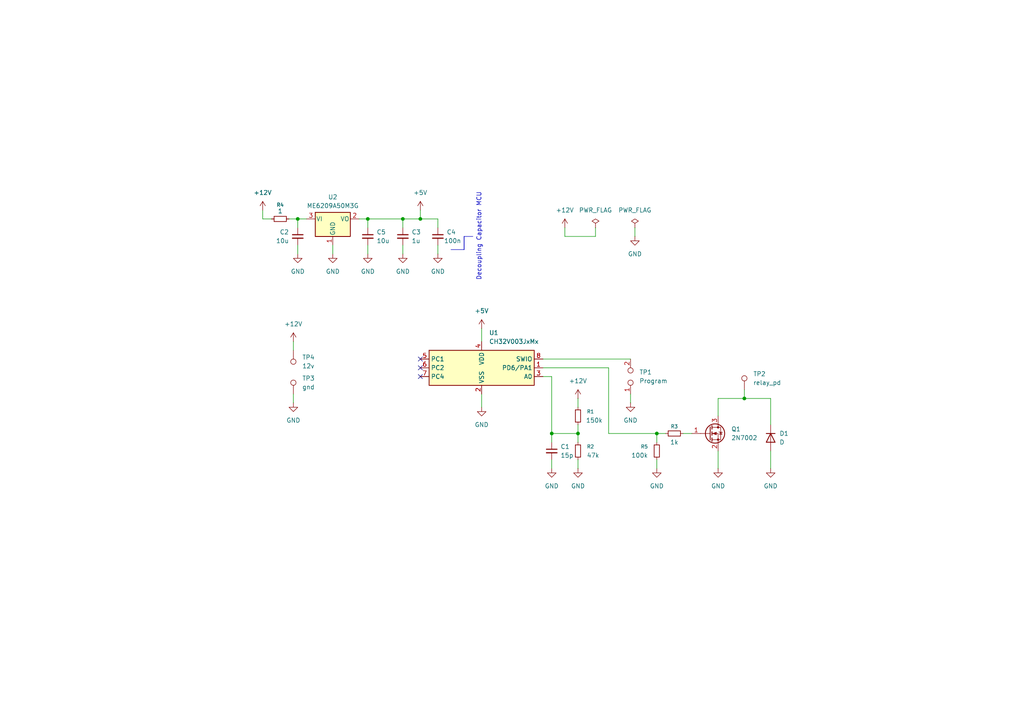
<source format=kicad_sch>
(kicad_sch (version 20250114) (generator "eeschema") (generator_version "9.0")
  (paper "A4")
  (lib_symbols
    (symbol "Connector:TestPoint" (pin_numbers (hide yes)) (pin_names (offset 0.762) (hide yes))
      (property "Reference" "TP" (at 0 6.858 0))
      (property "Value" "TestPoint" (at 0 5.08 0))
      (symbol "TestPoint_0_1"
        (circle (center 0 3.302) (radius 0.762))
      )
      (symbol "TestPoint_1_1"
        (pin passive line (at 0 0 90) (length 2.54) (name "1") (number "1"))
      )
    )
    (symbol "Connector:TestPoint_2Pole" (pin_names (offset 0.762) (hide yes))
      (property "Reference" "TP" (at 0 1.524 0))
      (property "Value" "TestPoint_2Pole" (at 0 -1.778 0))
      (symbol "TestPoint_2Pole_0_1"
        (circle (center -1.778 0) (radius 0.762))
        (circle (center 1.778 0) (radius 0.762))
        (pin passive line (at -5.08 0 0) (length 2.54) (name "1") (number "1"))
        (pin passive line (at 5.08 0 180) (length 2.54) (name "2") (number "2"))
      )
    )
    (symbol "Device:C_Small" (pin_numbers (hide yes)) (pin_names (offset 0.254) (hide yes))
      (property "Reference" "C" (at 0.254 1.778 0))
      (property "Value" "C_Small" (at 0.254 -2.032 0))
      (symbol "C_Small_0_1"
        (polyline (pts (xy -1.524 0.508) (xy 1.524 0.508)) (stroke (width 0.3048)))
        (polyline (pts (xy -1.524 -0.508) (xy 1.524 -0.508)) (stroke (width 0.3302)))
      )
      (symbol "C_Small_1_1"
        (pin passive line (at 0 2.54 270) (length 2.032) (name "~") (number "1"))
        (pin passive line (at 0 -2.54 90) (length 2.032) (name "~") (number "2"))
      )
    )
    (symbol "Device:D" (pin_numbers (hide yes)) (pin_names (offset 1.016) (hide yes))
      (property "Reference" "D" (at 0 2.54 0))
      (property "Value" "D" (at 0 -2.54 0))
      (symbol "D_0_1"
        (polyline (pts (xy -1.27 1.27) (xy -1.27 -1.27)) (stroke (width 0.254)))
        (polyline (pts (xy 1.27 1.27) (xy 1.27 -1.27) (xy -1.27 0) (xy 1.27 1.27)) (stroke (width 0.254)))
        (polyline (pts (xy 1.27 0) (xy -1.27 0)))
      )
      (symbol "D_1_1"
        (pin passive line (at -3.81 0 0) (length 2.54) (name "K") (number "1"))
        (pin passive line (at 3.81 0 180) (length 2.54) (name "A") (number "2"))
      )
    )
    (symbol "Device:R_Small" (pin_numbers (hide yes)) (pin_names (offset 0.254) (hide yes))
      (property "Reference" "R" (at 0 0 90))
      (property "Value" "R_Small" (at 1.778 0 90))
      (symbol "R_Small_0_1"
        (rectangle (start -0.762 1.778) (end 0.762 -1.778) (stroke (width 0.2032)))
      )
      (symbol "R_Small_1_1"
        (pin passive line (at 0 2.54 270) (length 0.762) (name "~") (number "1"))
        (pin passive line (at 0 -2.54 90) (length 0.762) (name "~") (number "2"))
      )
    )
    (symbol "MCU_WCH_CH32V0:CH32V003JxMx"
      (property "Reference" "U" (at -15.24 7.62 0))
      (property "Value" "CH32V003JxMx" (at 15.24 7.62 0))
      (symbol "CH32V003JxMx_1_1"
        (rectangle (start -15.24 5.08) (end 15.24 -5.08) (stroke (width 0.254)) (fill (type background)))
        (pin bidirectional line (at -17.78 2.54 0) (length 2.54) (name "PC1") (number "5"))
        (pin bidirectional line (at -17.78 0 0) (length 2.54) (name "PC2") (number "6"))
        (pin bidirectional line (at -17.78 -2.54 0) (length 2.54) (name "PC4") (number "7"))
        (pin power_in line (at 0 7.62 270) (length 2.54) (name "VDD") (number "4"))
        (pin power_in line (at 0 -7.62 90) (length 2.54) (name "VSS") (number "2"))
        (pin bidirectional line (at 17.78 2.54 180) (length 2.54) (name "PD1/PD4/PD5") (number "8") (alternate "SWIO" bidirectional line))
        (pin bidirectional line (at 17.78 0 180) (length 2.54) (name "PD6/PA1") (number "1"))
        (pin bidirectional line (at 17.78 -2.54 180) (length 2.54) (name "PA2") (number "3") (alternate "A0" bidirectional line))
      )
    )
    (symbol "Regulator_Linear:AP2127N-3.3" (pin_names (offset 0.254))
      (property "Reference" "U" (at -3.81 3.175 0))
      (property "Value" "AP2127N-3.3" (at 0 3.175 0))
      (symbol "AP2127N-3.3_0_1"
        (rectangle (start -5.08 1.905) (end 5.08 -5.08) (stroke (width 0.254)) (fill (type background)))
      )
      (symbol "AP2127N-3.3_1_1"
        (pin power_in line (at -7.62 0 0) (length 2.54) (name "VI") (number "3"))
        (pin power_in line (at 0 -7.62 90) (length 2.54) (name "GND") (number "1"))
        (pin power_out line (at 7.62 0 180) (length 2.54) (name "VO") (number "2"))
      )
    )
    (symbol "Transistor_FET:2N7002" (pin_names (hide yes))
      (property "Reference" "Q" (at 5.08 1.905 0))
      (property "Value" "2N7002" (at 5.08 0 0))
      (symbol "2N7002_0_1"
        (polyline (pts (xy 0.254 1.905) (xy 0.254 -1.905)) (stroke (width 0.254)))
        (polyline (pts (xy 0.254 0) (xy -2.54 0)))
        (polyline (pts (xy 0.762 2.286) (xy 0.762 1.27)) (stroke (width 0.254)))
        (polyline (pts (xy 0.762 0.508) (xy 0.762 -0.508)) (stroke (width 0.254)))
        (polyline (pts (xy 0.762 -1.27) (xy 0.762 -2.286)) (stroke (width 0.254)))
        (polyline (pts (xy 0.762 -1.778) (xy 3.302 -1.778) (xy 3.302 1.778) (xy 0.762 1.778)))
        (polyline (pts (xy 1.016 0) (xy 2.032 0.381) (xy 2.032 -0.381) (xy 1.016 0)) (fill (type outline)))
        (circle (center 1.651 0) (radius 2.794) (stroke (width 0.254)))
        (polyline (pts (xy 2.54 2.54) (xy 2.54 1.778)))
        (circle (center 2.54 1.778) (radius 0.254) (fill (type outline)))
        (circle (center 2.54 -1.778) (radius 0.254) (fill (type outline)))
        (polyline (pts (xy 2.54 -2.54) (xy 2.54 0) (xy 0.762 0)))
        (polyline (pts (xy 2.794 0.508) (xy 2.921 0.381) (xy 3.683 0.381) (xy 3.81 0.254)))
        (polyline (pts (xy 3.302 0.381) (xy 2.921 -0.254) (xy 3.683 -0.254) (xy 3.302 0.381)))
      )
      (symbol "2N7002_1_1"
        (pin input line (at -5.08 0 0) (length 2.54) (name "G") (number "1"))
        (pin passive line (at 2.54 5.08 270) (length 2.54) (name "D") (number "3"))
        (pin passive line (at 2.54 -5.08 90) (length 2.54) (name "S") (number "2"))
      )
    )
    (symbol "power:+12V" (power) (pin_numbers (hide yes)) (pin_names (offset 0) (hide yes))
      (property "Value" "+12V" (at 0 3.556 0))
      (symbol "+12V_0_1"
        (polyline (pts (xy -0.762 1.27) (xy 0 2.54)))
        (polyline (pts (xy 0 2.54) (xy 0.762 1.27)))
        (polyline (pts (xy 0 0) (xy 0 2.54)))
      )
      (symbol "+12V_1_1"
        (pin power_in line (at 0 0 90) (length 0) (name "~") (number "1"))
      )
    )
    (symbol "power:+5V" (power) (pin_numbers (hide yes)) (pin_names (offset 0) (hide yes))
      (property "Value" "+5V" (at 0 3.556 0))
      (symbol "+5V_0_1"
        (polyline (pts (xy -0.762 1.27) (xy 0 2.54)))
        (polyline (pts (xy 0 2.54) (xy 0.762 1.27)))
        (polyline (pts (xy 0 0) (xy 0 2.54)))
      )
      (symbol "+5V_1_1"
        (pin power_in line (at 0 0 90) (length 0) (name "~") (number "1"))
      )
    )
    (symbol "power:GND" (power) (pin_numbers (hide yes)) (pin_names (offset 0) (hide yes))
      (property "Value" "GND" (at 0 -3.81 0))
      (symbol "GND_0_1"
        (polyline (pts (xy 0 0) (xy 0 -1.27) (xy 1.27 -1.27) (xy 0 -2.54) (xy -1.27 -1.27) (xy 0 -1.27)))
      )
      (symbol "GND_1_1"
        (pin power_in line (at 0 0 270) (length 0) (name "~") (number "1"))
      )
    )
    (symbol "power:PWR_FLAG" (power) (pin_numbers (hide yes)) (pin_names (offset 0) (hide yes))
      (property "Value" "PWR_FLAG" (at 0 3.81 0))
      (symbol "PWR_FLAG_0_0"
        (pin power_out line (at 0 0 90) (length 0) (name "~") (number "1"))
      )
      (symbol "PWR_FLAG_0_1"
        (polyline (pts (xy 0 0) (xy 0 1.27) (xy -1.016 1.905) (xy 0 2.54) (xy 1.016 1.905) (xy 0 1.27)))
      )
    )
  )
  (text "Decoupling Capacitor MCU" (at 138.938 68.58 90) (effects (font (size 1.27 1.27))))
  (junction (at 116.84 63.5))
  (junction (at 121.92 63.5))
  (junction (at 167.64 125.73))
  (junction (at 86.36 63.5))
  (junction (at 215.9 115.57))
  (junction (at 106.68 63.5))
  (junction (at 160.02 125.73))
  (junction (at 190.5 125.73))
  (no_connect (at 121.92 109.22))
  (no_connect (at 121.92 106.68))
  (no_connect (at 121.92 104.14))
  (wire (pts (xy 190.5 133.35) (xy 190.5 135.89)))
  (wire (pts (xy 167.64 115.57) (xy 167.64 118.11)))
  (polyline (pts (xy 134.62 68.58) (xy 137.16 68.58)))
  (wire (pts (xy 86.36 63.5) (xy 86.36 66.04)))
  (wire (pts (xy 215.9 113.03) (xy 215.9 115.57)))
  (wire (pts (xy 182.88 114.3) (xy 182.88 116.84)))
  (polyline (pts (xy 134.62 68.58) (xy 134.62 72.39)))
  (wire (pts (xy 127 63.5) (xy 127 66.04)))
  (wire (pts (xy 116.84 63.5) (xy 121.92 63.5)))
  (wire (pts (xy 198.12 125.73) (xy 200.66 125.73)))
  (wire (pts (xy 208.28 130.81) (xy 208.28 135.89)))
  (wire (pts (xy 190.5 125.73) (xy 193.04 125.73)))
  (wire (pts (xy 208.28 115.57) (xy 215.9 115.57)))
  (wire (pts (xy 86.36 71.12) (xy 86.36 73.66)))
  (wire (pts (xy 160.02 125.73) (xy 160.02 128.27)))
  (wire (pts (xy 106.68 63.5) (xy 106.68 66.04)))
  (wire (pts (xy 86.36 63.5) (xy 83.82 63.5)))
  (wire (pts (xy 167.64 125.73) (xy 167.64 128.27)))
  (wire (pts (xy 106.68 71.12) (xy 106.68 73.66)))
  (wire (pts (xy 172.72 66.04) (xy 172.72 68.58)))
  (wire (pts (xy 215.9 115.57) (xy 223.52 115.57)))
  (wire (pts (xy 190.5 125.73) (xy 190.5 128.27)))
  (wire (pts (xy 160.02 125.73) (xy 160.02 109.22)))
  (polyline (pts (xy 130.81 72.39) (xy 134.62 72.39)))
  (wire (pts (xy 184.15 68.58) (xy 184.15 66.04)))
  (wire (pts (xy 88.9 63.5) (xy 86.36 63.5)))
  (wire (pts (xy 157.48 106.68) (xy 176.53 106.68)))
  (wire (pts (xy 208.28 120.65) (xy 208.28 115.57)))
  (wire (pts (xy 160.02 133.35) (xy 160.02 135.89)))
  (wire (pts (xy 104.14 63.5) (xy 106.68 63.5)))
  (wire (pts (xy 76.2 63.5) (xy 78.74 63.5)))
  (wire (pts (xy 157.48 109.22) (xy 160.02 109.22)))
  (wire (pts (xy 106.68 63.5) (xy 116.84 63.5)))
  (wire (pts (xy 116.84 71.12) (xy 116.84 73.66)))
  (wire (pts (xy 163.83 68.58) (xy 163.83 66.04)))
  (wire (pts (xy 121.92 63.5) (xy 121.92 60.96)))
  (wire (pts (xy 127 71.12) (xy 127 73.66)))
  (wire (pts (xy 85.09 99.06) (xy 85.09 101.6)))
  (wire (pts (xy 167.64 133.35) (xy 167.64 135.89)))
  (wire (pts (xy 121.92 63.5) (xy 127 63.5)))
  (wire (pts (xy 223.52 130.81) (xy 223.52 135.89)))
  (wire (pts (xy 167.64 125.73) (xy 160.02 125.73)))
  (wire (pts (xy 176.53 125.73) (xy 190.5 125.73)))
  (wire (pts (xy 85.09 114.3) (xy 85.09 116.84)))
  (wire (pts (xy 139.7 95.25) (xy 139.7 99.06)))
  (wire (pts (xy 157.48 104.14) (xy 182.88 104.14)))
  (wire (pts (xy 223.52 115.57) (xy 223.52 123.19)))
  (wire (pts (xy 176.53 106.68) (xy 176.53 125.73)))
  (wire (pts (xy 76.2 60.96) (xy 76.2 63.5)))
  (wire (pts (xy 96.52 71.12) (xy 96.52 73.66)))
  (polyline (pts (xy 134.62 68.58) (xy 134.62 72.39)))
  (wire (pts (xy 172.72 68.58) (xy 163.83 68.58)))
  (wire (pts (xy 116.84 63.5) (xy 116.84 66.04)))
  (wire (pts (xy 139.7 114.3) (xy 139.7 118.11)))
  (wire (pts (xy 167.64 123.19) (xy 167.64 125.73)))
  (symbol (lib_id "Device:C_Small") (at 160.02 130.81 0) (unit 1)
    (property "Reference" "C1" (at 162.56 129.5462 0) (effects (justify left)))
    (property "Value" "15p" (at 162.56 132.0862 0) (effects (justify left)))
    (property "Footprint" "Capacitor_SMD:C_0805_2012Metric" (effects (hide yes)))
    (property "Description" "Unpolarized capacitor, small symbol" (effects (hide yes)))
  )
  (symbol (lib_id "power:GND") (at 139.7 118.11 0) (unit 1)
    (property "Reference" "#PWR02" (effects (hide yes)))
    (property "Value" "GND" (at 139.7 123.19 0))
    (property "Description" "Power symbol creates a global label with name \"GND\" , ground" (effects (hide yes)))
  )
  (symbol (lib_id "Device:C_Small") (at 106.68 68.58 0) (unit 1)
    (property "Reference" "C5" (at 109.22 67.3162 0) (effects (justify left)))
    (property "Value" "10u" (at 109.22 69.8562 0) (effects (justify left)))
    (property "Footprint" "Capacitor_SMD:C_1206_3216Metric" (effects (hide yes)))
    (property "Description" "Unpolarized capacitor, small symbol" (effects (hide yes)))
  )
  (symbol (lib_id "Device:R_Small") (at 81.28 63.5 90) (unit 1)
    (property "Reference" "R4" (at 81.28 59.436 90) (effects (font (size 1.016 1.016))))
    (property "Value" "1" (at 81.28 61.214 90))
    (property "Footprint" "Resistor_SMD:R_0603_1608Metric" (effects (hide yes)))
    (property "Description" "Resistor, small symbol" (effects (hide yes)))
  )
  (symbol (lib_id "Device:C_Small") (at 86.36 68.58 0) (mirror y) (unit 1)
    (property "Reference" "C2" (at 83.82 67.3162 0) (effects (justify left)))
    (property "Value" "10u" (at 83.82 69.8562 0) (effects (justify left)))
    (property "Footprint" "Capacitor_SMD:C_1206_3216Metric" (effects (hide yes)))
    (property "Description" "Unpolarized capacitor, small symbol" (effects (hide yes)))
  )
  (symbol (lib_id "power:+12V") (at 85.09 99.06 0) (unit 1)
    (property "Reference" "#PWR016" (effects (hide yes)))
    (property "Value" "+12V" (at 85.09 93.98 0))
    (property "Description" "Power symbol creates a global label with name \"+12V\"" (effects (hide yes)))
  )
  (symbol (lib_id "Transistor_FET:2N7002") (at 205.74 125.73 0) (unit 1)
    (property "Reference" "Q1" (at 212.09 124.4599 0) (effects (justify left)))
    (property "Value" "2N7002" (at 212.09 126.9999 0) (effects (justify left)))
    (property "Footprint" "Package_TO_SOT_SMD:SOT-23" (effects (hide yes)))
    (property "Datasheet" "https://www.onsemi.com/pub/Collateral/NDS7002A-D.PDF" (effects (hide yes)))
    (property "Description" "0.115A Id, 60V Vds, N-Channel MOSFET, SOT-23" (effects (hide yes)))
  )
  (symbol (lib_id "Device:C_Small") (at 116.84 68.58 0) (unit 1)
    (property "Reference" "C3" (at 119.38 67.3162 0) (effects (justify left)))
    (property "Value" "1u" (at 119.38 69.8562 0) (effects (justify left)))
    (property "Footprint" "Capacitor_SMD:C_0805_2012Metric" (effects (hide yes)))
    (property "Description" "Unpolarized capacitor, small symbol" (effects (hide yes)))
  )
  (symbol (lib_id "Connector:TestPoint") (at 85.09 114.3 0) (unit 1)
    (property "Reference" "TP3" (at 87.63 109.7279 0) (effects (justify left)))
    (property "Value" "gnd" (at 87.63 112.2679 0) (effects (justify left)))
    (property "Footprint" "TestPoint:TestPoint_Pad_1.5x1.5mm" (effects (hide yes)))
    (property "Description" "test point" (effects (hide yes)))
  )
  (symbol (lib_id "power:GND") (at 106.68 73.66 0) (unit 1)
    (property "Reference" "#PWR019" (effects (hide yes)))
    (property "Value" "GND" (at 106.68 78.74 0))
    (property "Description" "Power symbol creates a global label with name \"GND\" , ground" (effects (hide yes)))
  )
  (symbol (lib_id "Device:R_Small") (at 190.5 130.81 0) (mirror y) (unit 1)
    (property "Reference" "R5" (at 187.96 129.5399 0) (effects (font (size 1.016 1.016)) (justify left)))
    (property "Value" "100k" (at 187.96 132.0799 0) (effects (justify left)))
    (property "Footprint" "Resistor_SMD:R_0603_1608Metric" (effects (hide yes)))
    (property "Description" "Resistor, small symbol" (effects (hide yes)))
  )
  (symbol (lib_id "power:GND") (at 208.28 135.89 0) (unit 1)
    (property "Reference" "#PWR07" (effects (hide yes)))
    (property "Value" "GND" (at 208.28 140.97 0))
    (property "Description" "Power symbol creates a global label with name \"GND\" , ground" (effects (hide yes)))
  )
  (symbol (lib_id "power:+12V") (at 163.83 66.04 0) (unit 1)
    (property "Reference" "#PWR014" (effects (hide yes)))
    (property "Value" "+12V" (at 163.83 60.96 0))
    (property "Description" "Power symbol creates a global label with name \"+12V\"" (effects (hide yes)))
  )
  (symbol (lib_id "power:+5V") (at 139.7 95.25 0) (unit 1)
    (property "Reference" "#PWR01" (effects (hide yes)))
    (property "Value" "+5V" (at 139.7 90.17 0))
    (property "Description" "Power symbol creates a global label with name \"+5V\"" (effects (hide yes)))
  )
  (symbol (lib_id "power:GND") (at 116.84 73.66 0) (mirror y) (unit 1)
    (property "Reference" "#PWR020" (effects (hide yes)))
    (property "Value" "GND" (at 116.84 78.74 0))
    (property "Description" "Power symbol creates a global label with name \"GND\" , ground" (effects (hide yes)))
  )
  (symbol (lib_id "Device:R_Small") (at 195.58 125.73 90) (mirror x) (unit 1)
    (property "Reference" "R3" (at 195.58 123.698 90) (effects (font (size 1.016 1.016))))
    (property "Value" "1k" (at 195.58 128.27 90))
    (property "Footprint" "Resistor_SMD:R_0603_1608Metric" (effects (hide yes)))
    (property "Description" "Resistor, small symbol" (effects (hide yes)))
  )
  (symbol (lib_id "power:+5V") (at 121.92 60.96 0) (unit 1)
    (property "Reference" "#PWR011" (effects (hide yes)))
    (property "Value" "+5V" (at 121.92 55.88 0))
    (property "Description" "Power symbol creates a global label with name \"+5V\"" (effects (hide yes)))
  )
  (symbol (lib_id "power:GND") (at 127 73.66 0) (mirror y) (unit 1)
    (property "Reference" "#PWR018" (effects (hide yes)))
    (property "Value" "GND" (at 127 78.74 0))
    (property "Description" "Power symbol creates a global label with name \"GND\" , ground" (effects (hide yes)))
  )
  (symbol (lib_id "power:GND") (at 182.88 116.84 0) (unit 1)
    (property "Reference" "#PWR03" (effects (hide yes)))
    (property "Value" "GND" (at 182.88 121.92 0))
    (property "Description" "Power symbol creates a global label with name \"GND\" , ground" (effects (hide yes)))
  )
  (symbol (lib_id "power:+12V") (at 76.2 60.96 0) (unit 1)
    (property "Reference" "#PWR012" (effects (hide yes)))
    (property "Value" "+12V" (at 76.2 55.88 0))
    (property "Description" "Power symbol creates a global label with name \"+12V\"" (effects (hide yes)))
  )
  (symbol (lib_id "Device:C_Small") (at 127 68.58 0) (unit 1)
    (property "Reference" "C4" (at 129.54 67.3162 0) (effects (justify left)))
    (property "Value" "100n" (at 128.778 69.85 0) (effects (justify left)))
    (property "Footprint" "Capacitor_SMD:C_0603_1608Metric" (effects (hide yes)))
    (property "Description" "Unpolarized capacitor, small symbol" (effects (hide yes)))
  )
  (symbol (lib_id "power:GND") (at 184.15 68.58 0) (unit 1)
    (property "Reference" "#PWR015" (effects (hide yes)))
    (property "Value" "GND" (at 184.15 73.66 0))
    (property "Description" "Power symbol creates a global label with name \"GND\" , ground" (effects (hide yes)))
  )
  (symbol (lib_id "MCU_WCH_CH32V0:CH32V003JxMx") (at 139.7 106.68 0) (unit 1)
    (property "Reference" "U1" (at 141.8433 96.52 0) (effects (justify left)))
    (property "Value" "CH32V003JxMx" (at 141.8433 99.06 0) (effects (justify left)))
    (property "Footprint" "Package_SO:SOP-8_3.9x4.9mm_P1.27mm" (effects (hide yes)))
    (property "Datasheet" "https://www.wch-ic.com/products/CH32V003.html" (effects (hide yes)))
    (property "Description" "CH32V003 series are industrial-grade general-purpose microcontrollers designed based on 32-bit RISC-V instruction set and architecture. It adopts QingKe V2A core, RV32EC instruction set, and supports 2 levels of interrupt nesting. The series are mounted with rich peripheral interfaces and function modules. Its internal organizational structure meets the low-cost and low-power embedded application scenarios." (effects (hide yes)))
    (pin "3" (alternate "A0"))
    (pin "8" (alternate "SWIO"))
  )
  (symbol (lib_id "power:PWR_FLAG") (at 172.72 66.04 0) (unit 1)
    (property "Reference" "#FLG01" (effects (hide yes)))
    (property "Value" "PWR_FLAG" (at 172.72 60.96 0))
    (property "Description" "Special symbol for telling ERC where power comes from" (effects (hide yes)))
  )
  (symbol (lib_id "Device:D") (at 223.52 127 270) (unit 1)
    (property "Reference" "D1" (at 226.06 125.7299 90) (effects (justify left)))
    (property "Value" "D" (at 226.06 128.2699 90) (effects (justify left)))
    (property "Footprint" "Diode_SMD:D_MELF" (effects (hide yes)))
    (property "Description" "Diode" (effects (hide yes)))
    (property "Sim.Device" "D" (effects (hide yes)))
    (property "Sim.Pins" "1=K 2=A" (effects (hide yes)))
  )
  (symbol (lib_id "Connector:TestPoint") (at 215.9 113.03 0) (unit 1)
    (property "Reference" "TP2" (at 218.44 108.4579 0) (effects (justify left)))
    (property "Value" "relay_pd" (at 218.44 110.9979 0) (effects (justify left)))
    (property "Footprint" "TestPoint:TestPoint_Pad_1.5x1.5mm" (effects (hide yes)))
    (property "Description" "test point" (effects (hide yes)))
  )
  (symbol (lib_id "Connector:TestPoint_2Pole") (at 182.88 109.22 90) (unit 1)
    (property "Reference" "TP1" (at 185.42 107.9499 90) (effects (justify right)))
    (property "Value" "Program" (at 185.42 110.4899 90) (effects (justify right)))
    (property "Footprint" "Jumper:SolderJumper-2_P1.3mm_Open_Pad1.0x1.5mm" (effects (hide yes)))
    (property "Description" "2-polar test point" (effects (hide yes)))
  )
  (symbol (lib_id "Device:R_Small") (at 167.64 130.81 0) (unit 1)
    (property "Reference" "R2" (at 170.18 129.5399 0) (effects (font (size 1.016 1.016)) (justify left)))
    (property "Value" "47k" (at 170.18 132.0799 0) (effects (justify left)))
    (property "Footprint" "Resistor_SMD:R_0603_1608Metric" (effects (hide yes)))
    (property "Description" "Resistor, small symbol" (effects (hide yes)))
  )
  (symbol (lib_id "power:+12V") (at 167.64 115.57 0) (unit 1)
    (property "Reference" "#PWR04" (effects (hide yes)))
    (property "Value" "+12V" (at 167.64 110.49 0))
    (property "Description" "Power symbol creates a global label with name \"+12V\"" (effects (hide yes)))
  )
  (symbol (lib_id "power:GND") (at 223.52 135.89 0) (unit 1)
    (property "Reference" "#PWR08" (effects (hide yes)))
    (property "Value" "GND" (at 223.52 140.97 0))
    (property "Description" "Power symbol creates a global label with name \"GND\" , ground" (effects (hide yes)))
  )
  (symbol (lib_id "power:GND") (at 160.02 135.89 0) (unit 1)
    (property "Reference" "#PWR06" (effects (hide yes)))
    (property "Value" "GND" (at 160.02 140.97 0))
    (property "Description" "Power symbol creates a global label with name \"GND\" , ground" (effects (hide yes)))
  )
  (symbol (lib_id "power:GND") (at 167.64 135.89 0) (unit 1)
    (property "Reference" "#PWR05" (effects (hide yes)))
    (property "Value" "GND" (at 167.64 140.97 0))
    (property "Description" "Power symbol creates a global label with name \"GND\" , ground" (effects (hide yes)))
  )
  (symbol (lib_id "Connector:TestPoint") (at 85.09 101.6 180) (unit 1)
    (property "Reference" "TP4" (at 87.63 103.6319 0) (effects (justify right)))
    (property "Value" "12v" (at 87.63 106.1719 0) (effects (justify right)))
    (property "Footprint" "TestPoint:TestPoint_Pad_1.5x1.5mm" (effects (hide yes)))
    (property "Description" "test point" (effects (hide yes)))
  )
  (symbol (lib_id "power:GND") (at 86.36 73.66 0) (unit 1)
    (property "Reference" "#PWR09" (effects (hide yes)))
    (property "Value" "GND" (at 86.36 78.74 0))
    (property "Description" "Power symbol creates a global label with name \"GND\" , ground" (effects (hide yes)))
  )
  (symbol (lib_id "power:PWR_FLAG") (at 184.15 66.04 0) (unit 1)
    (property "Reference" "#FLG02" (effects (hide yes)))
    (property "Value" "PWR_FLAG" (at 184.15 60.96 0))
    (property "Description" "Special symbol for telling ERC where power comes from" (effects (hide yes)))
  )
  (symbol (lib_id "power:GND") (at 190.5 135.89 0) (unit 1)
    (property "Reference" "#PWR010" (effects (hide yes)))
    (property "Value" "GND" (at 190.5 140.97 0))
    (property "Description" "Power symbol creates a global label with name \"GND\" , ground" (effects (hide yes)))
  )
  (symbol (lib_id "Regulator_Linear:AP2127N-3.3") (at 96.52 63.5 0) (unit 1)
    (property "Reference" "U2" (at 96.52 57.15 0))
    (property "Value" "ME6209A50M3G" (at 96.52 59.69 0))
    (property "Footprint" "Package_TO_SOT_SMD:SOT-23" (effects (hide yes)))
    (property "Datasheet" "https://www.diodes.com/assets/Datasheets/AP2127.pdf" (effects (hide yes)))
    (property "Description" "300mA low dropout linear regulator, shutdown pin, 2.5V-6V input voltage, 3.3V fixed positive output, SOT-23 package" (effects (hide yes)))
  )
  (symbol (lib_id "power:GND") (at 85.09 116.84 0) (unit 1)
    (property "Reference" "#PWR017" (effects (hide yes)))
    (property "Value" "GND" (at 85.09 121.92 0))
    (property "Description" "Power symbol creates a global label with name \"GND\" , ground" (effects (hide yes)))
  )
  (symbol (lib_id "Device:R_Small") (at 167.64 120.65 0) (unit 1)
    (property "Reference" "R1" (at 170.18 119.3799 0) (effects (font (size 1.016 1.016)) (justify left)))
    (property "Value" "150k" (at 169.926 121.92 0) (effects (justify left)))
    (property "Footprint" "Resistor_SMD:R_0603_1608Metric" (effects (hide yes)))
    (property "Description" "Resistor, small symbol" (effects (hide yes)))
  )
  (symbol (lib_id "power:GND") (at 96.52 73.66 0) (unit 1)
    (property "Reference" "#PWR013" (effects (hide yes)))
    (property "Value" "GND" (at 96.52 78.74 0))
    (property "Description" "Power symbol creates a global label with name \"GND\" , ground" (effects (hide yes)))
  )
)
</source>
